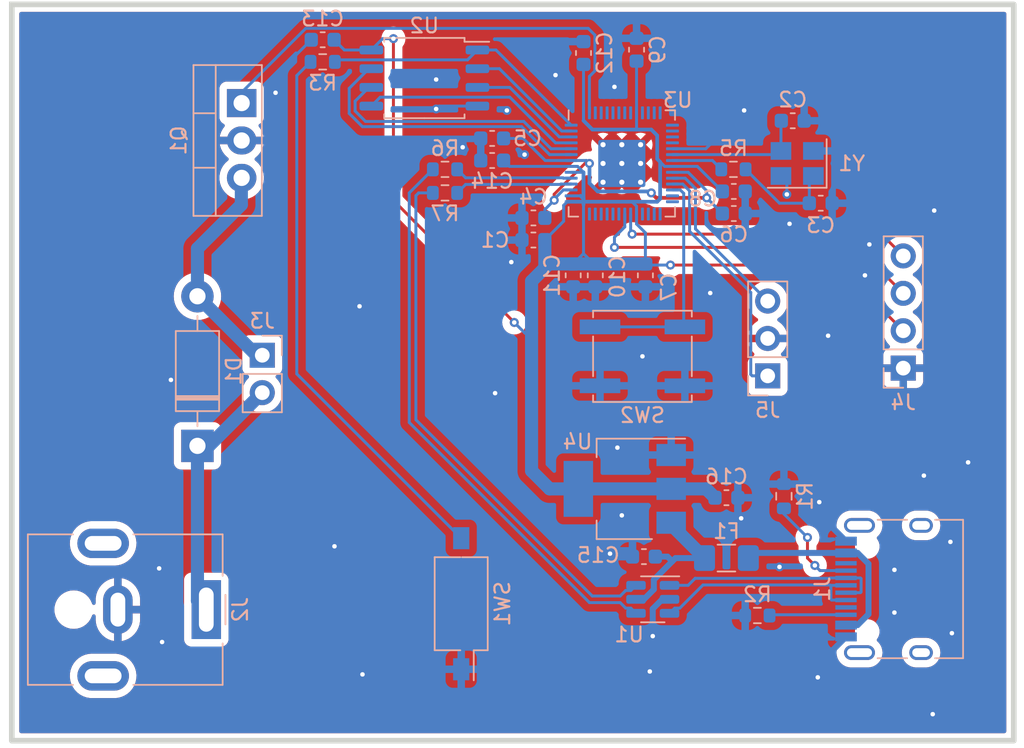
<source format=kicad_pcb>
(kicad_pcb (version 20211014) (generator pcbnew)
  (layers (0 "F.Cu" signal "Front") (31 "B.Cu" signal "Back") (34 "B.Paste" user) (35 "F.Paste" user) (36 "B.SilkS" user "B.Silkscreen") (37 "F.SilkS" user "F.Silkscreen") (38 "B.Mask" user) (39 "F.Mask" user) (44 "Edge.Cuts" user))
  (net 0 "")
  (net 1 "+3V3")
  (net 2 "GND")
  (net 3 "Net-(C2-Pad2)")
  (net 4 "Net-(C3-Pad2)")
  (net 5 "+1V1")
  (net 6 "+12V")
  (net 7 "Net-(D1-Pad2)")
  (net 8 "/USB+")
  (net 9 "Net-(J1-PadB5)")
  (net 11 "/USB-")
  (net 12 "Net-(J1-PadA5)")
  (net 14 "VBUS")
  (net 15 "I2C1_SCL")
  (net 16 "I2C1_SDA")
  (net 17 "/SWD")
  (net 18 "/SWCLK")
  (net 19 "/QSPISS")
  (net 20 "Net-(R5-Pad2)")
  (net 21 "Net-(R6-Pad1)")
  (net 22 "Data+")
  (net 23 "Net-(R7-Pad1)")
  (net 24 "Data-")
  (net 25 "Net-(SW2-Pad2)")
  (net 26 "/QSPISD1")
  (net 27 "/QSPISD2")
  (net 28 "/QSPISD0")
  (net 29 "/QSPICLK")
  (net 30 "/QSPISD3")
  (net 58 "Net-(R3-Pad1)")
  (net 59 "SOLENOID")
  (net 60 "Net-(J1-PadA4)")
  (footprint "Button_Switch_SMD:SW_DIP_SPSTx01_Slide_Omron_A6S-110x_W8.9mm_P2.54mm" (layer "B.Cu") (at 161.6 113.9 90)
    (fp_text reference "SW1")
    (fp_text value "SW_SPDT")
  )
  (footprint "Resistor_SMD:R_0603_1608Metric" (layer "B.Cu") (at 160.5 86 180)
    (fp_text reference "R7")
    (fp_text value "22")
  )
  (footprint "Capacitor_SMD:C_0603_1608Metric" (layer "B.Cu") (at 184.1 81.1 180)
    (fp_text reference "C2")
    (fp_text value "22p")
  )
  (footprint "Capacitor_SMD:C_0603_1608Metric" (layer "B.Cu") (at 180.1 87.4)
    (fp_text reference "C6")
    (fp_text value "1u")
  )
  (footprint "Connector_PinHeader_2.54mm:PinHeader_1x02_P2.54mm_Vertical" (layer "B.Cu") (at 148.1 97.025 180)
    (fp_text reference "J3")
    (fp_text value "Conn_01x02")
  )
  (footprint "Capacitor_SMD:C_0603_1608Metric" (layer "B.Cu") (at 180.1 85.9)
    (fp_text reference "C8")
    (fp_text value "100n")
  )
  (footprint "Resistor_SMD:R_0603_1608Metric" (layer "B.Cu") (at 183.5 106.6 90)
    (fp_text reference "R1")
    (fp_text value "5.1k")
  )
  (footprint "Capacitor_SMD:C_0603_1608Metric" (layer "B.Cu") (at 169.2 91.6 -90)
    (fp_text reference "C11")
    (fp_text value "1u")
  )
  (footprint "Package_TO_SOT_SMD:SOT-23-6" (layer "B.Cu") (at 174.6 113.6 180)
    (fp_text reference "U1")
    (fp_text value "USBLC6-2SC6")
  )
  (footprint "Resistor_SMD:R_0603_1608Metric" (layer "B.Cu") (at 181.7 114.7 180)
    (fp_text reference "R2")
    (fp_text value "5.1k")
  )
  (footprint "RP2040:RP2040-QFN-56" (layer "B.Cu") (at 172.5 84 -90)
    (fp_text reference "U3")
    (fp_text value "RP2040")
  )
  (footprint "Button_Switch_SMD:SW_SPST_EVQP0" (layer "B.Cu") (at 173.9 97.1)
    (fp_text reference "SW2")
    (fp_text value "SW_SPST")
  )
  (footprint "Capacitor_SMD:C_0603_1608Metric" (layer "B.Cu") (at 174.1 91.6 -90)
    (fp_text reference "C7")
    (fp_text value "100n")
  )
  (footprint "Connector_BarrelJack:BarrelJack_CUI_PJ-063AH_Horizontal" (layer "B.Cu") (at 144.3 114.3 90)
    (fp_text reference "J2")
    (fp_text value "Barrel_Jack")
  )
  (footprint "Capacitor_SMD:C_0603_1608Metric" (layer "B.Cu") (at 163.7 83.8 180)
    (fp_text reference "C14")
    (fp_text value "100n")
  )
  (footprint "Capacitor_SMD:C_0603_1608Metric" (layer "B.Cu") (at 152.2 75.6 180)
    (fp_text reference "C13")
    (fp_text value "100n")
  )
  (footprint "Package_SO:SOIC-8_5.23x5.23mm_P1.27mm" (layer "B.Cu") (at 159.1 78.2 180)
    (fp_text reference "U2")
    (fp_text value "W25Q32JVSS")
  )
  (footprint "Package_TO_SOT_SMD:SOT-223-3_TabPin2" (layer "B.Cu") (at 172.7 106.1 180)
    (fp_text reference "U4")
    (fp_text value "AMS1117-3.3")
  )
  (footprint "Connector_PinHeader_2.54mm:PinHeader_1x03_P2.54mm_Vertical" (layer "B.Cu") (at 182.4 98.425)
    (fp_text reference "J5")
    (fp_text value "Conn_01x03")
  )
  (footprint "Capacitor_SMD:C_0603_1608Metric" (layer "B.Cu") (at 174 110.7)
    (fp_text reference "C15")
    (fp_text value "22p")
  )
  (footprint "Resistor_SMD:R_0603_1608Metric" (layer "B.Cu") (at 180.075 84.4 180)
    (fp_text reference "R5")
    (fp_text value "1k")
  )
  (footprint "Capacitor_SMD:C_0603_1608Metric" (layer "B.Cu") (at 179.6 106.7 180)
    (fp_text reference "C16")
    (fp_text value "22p")
  )
  (footprint "Capacitor_SMD:C_0603_1608Metric" (layer "B.Cu") (at 169.9 76.5 90)
    (fp_text reference "C12")
    (fp_text value "100n")
  )
  (footprint "Fuse:Fuse_1206_3216Metric_Pad1.42x1.75mm_HandSolder" (layer "B.Cu") (at 179.6 110.8 180)
    (fp_text reference "F1")
    (fp_text value "500mA")
  )
  (footprint "Capacitor_SMD:C_0603_1608Metric" (layer "B.Cu") (at 170.7 91.6 -90)
    (fp_text reference "C10")
    (fp_text value "100n")
  )
  (footprint "Package_TO_SOT_THT:TO-220-3_Vertical" (layer "B.Cu") (at 146.7 79.9 -90)
    (fp_text reference "Q1")
    (fp_text value "IRLB8721PBF")
  )
  (footprint "Capacitor_SMD:C_0603_1608Metric" (layer "B.Cu") (at 166.5 89.2 180)
    (fp_text reference "C1")
    (fp_text value "100n")
  )
  (footprint "Diode_THT:D_DO-41_SOD81_P10.16mm_Horizontal" (layer "B.Cu") (at 143.7 103.18 90)
    (fp_text reference "D1")
    (fp_text value "1N4001")
  )
  (footprint "Capacitor_SMD:C_0603_1608Metric" (layer "B.Cu") (at 173.5 76.275 90)
    (fp_text reference "C9")
    (fp_text value "100n")
  )
  (footprint "Resistor_SMD:R_0603_1608Metric" (layer "B.Cu") (at 160.5 84.4 180)
    (fp_text reference "R6")
    (fp_text value "22")
  )
  (footprint "Resistor_SMD:R_0603_1608Metric" (layer "B.Cu") (at 152.2 77.1)
    (fp_text reference "R3")
    (fp_text value "1k")
  )
  (footprint "Capacitor_SMD:C_0603_1608Metric" (layer "B.Cu") (at 163.7 82.3 180)
    (fp_text reference "C5")
    (fp_text value "100n")
  )
  (footprint "Capacitor_SMD:C_0603_1608Metric" (layer "B.Cu") (at 166.5 87.7 180)
    (fp_text reference "C4")
    (fp_text value "100n")
  )
  (footprint "Capacitor_SMD:C_0603_1608Metric" (layer "B.Cu") (at 186 86.7 180)
    (fp_text reference "C3")
    (fp_text value "22p")
  )
  (footprint "Crystal:Crystal_SMD_3225-4Pin_3.2x2.5mm" (layer "B.Cu") (at 184.4 84 180)
    (fp_text reference "Y1")
    (fp_text value "12MHz")
  )
  (footprint "Connector_PinHeader_2.54mm:PinHeader_1x04_P2.54mm_Vertical" (layer "B.Cu") (at 191.6 97.9)
    (fp_text reference "J4")
    (fp_text value "Conn_01x04")
  )
  (footprint "Connector_USB:USB_C_Receptacle_HRO_TYPE-C-31-M-12" (layer "B.Cu") (at 191.76 112.9 -90)
    (fp_text reference "J1")
    (fp_text value "USB_C_Receptacle_USB2.0")
  )
  (gr_rect (start 131.1 73.2) (end 199.1 123.2) (layer "Edge.Cuts") (width 0.381) (fill none))
  (segment (start 165.2 94.8) (end 157 86.5) (width 0.2) (layer "F.Cu") (net 1))
  (segment (start 187.14 90.9) (end 191.6 95.36) (width 0.2) (layer "F.Cu") (net 1))
  (segment (start 175.8 90.9) (end 187.14 90.9) (width 0.2) (layer "F.Cu") (net 1))
  (segment (start 157 86.5) (end 157 75.52498) (width 0.2) (layer "F.Cu") (net 1))
  (via (at 165.2 94.8) (size 0.6096) (drill 0.3048) (layers "F.Cu" "B.Cu") (net 1))
  (via (at 175.8 90.9) (size 0.6096) (drill 0.3048) (layers "F.Cu" "B.Cu") (net 1))
  (via (at 157 75.52498) (size 0.6096) (drill 0.3048) (layers "F.Cu" "B.Cu") (net 1))
  (segment (start 175.1 86.4) (end 175.1 83.9) (width 0.254) (layer "B.Cu") (net 1))
  (segment (start 175.9375 84.2) (end 175.405705 84.2) (width 0.2) (layer "B.Cu") (net 1))
  (segment (start 173.5 88.110755) (end 174.1 88.710755) (width 0.2) (layer "B.Cu") (net 1))
  (segment (start 170.6 90.825) (end 169.9 90.125) (width 0.2) (layer "B.Cu") (net 1))
  (segment (start 174.1 88.710755) (end 174.1 90.825) (width 0.2) (layer "B.Cu") (net 1))
  (segment (start 178.225 106.1) (end 178.825 106.7) (width 0.889) (layer "B.Cu") (net 1))
  (segment (start 174.175 90.9) (end 175.8 90.9) (width 0.2) (layer "B.Cu") (net 1))
  (segment (start 169.9 86.4) (end 169.9 86.8) (width 0.254) (layer "B.Cu") (net 1))
  (segment (start 155.5 76.295) (end 156.27002 75.52498) (width 0.2) (layer "B.Cu") (net 1))
  (segment (start 153.67 76.295) (end 155.5 76.295) (width 0.2) (layer "B.Cu") (net 1))
  (segment (start 170.505705 81.7) (end 174.5 81.7) (width 0.254) (layer "B.Cu") (net 1))
  (segment (start 169.9 80.5625) (end 169.9 77.275) (width 0.2) (layer "B.Cu") (net 1))
  (segment (start 156.27002 75.52498) (end 157 75.52498) (width 0.2) (layer "B.Cu") (net 1))
  (segment (start 177.625 84.2) (end 179.325 85.9) (width 0.2) (layer "B.Cu") (net 1))
  (segment (start 169.9 84.6) (end 169.9 86.4) (width 0.254) (layer "B.Cu") (net 1))
  (segment (start 173.5 80.5625) (end 173.5 77.05) (width 0.2) (layer "B.Cu") (net 1))
  (segment (start 169.0625 84.6) (end 169.9 84.6) (width 0.2) (layer "B.Cu") (net 1))
  (segment (start 173.5 80.5625) (end 173.5 81.7) (width 0.2) (layer "B.Cu") (net 1))
  (segment (start 173.5 87.4375) (end 173.5 88.110755) (width 0.2) (layer "B.Cu") (net 1))
  (segment (start 169.7 86.2) (end 169.9 86.4) (width 0.254) (layer "B.Cu") (net 1))
  (segment (start 166.375 104.875) (end 167.6 106.1) (width 0.889) (layer "B.Cu") (net 1))
  (segment (start 169.9 81.094295) (end 170.505705 81.7) (width 0.254) (layer "B.Cu") (net 1))
  (segment (start 173.194295 86.6) (end 173.5 86.905705) (width 0.2) (layer "B.Cu") (net 1))
  (segment (start 167.546021 90.825) (end 169.2 90.825) (width 0.889) (layer "B.Cu") (net 1))
  (segment (start 167.275 91.096022) (end 167.275 89.2) (width 0.889) (layer "B.Cu") (net 1))
  (segment (start 169.9 86.8) (end 169.9 87.4375) (width 0.2) (layer "B.Cu") (net 1))
  (segment (start 169.9 90.125) (end 169.2 90.825) (width 0.2) (layer "B.Cu") (net 1))
  (segment (start 175.102853 83.897147) (end 174.9 83.694295) (width 0.254) (layer "B.Cu") (net 1))
  (segment (start 167.275 89.2) (end 168.553377 87.921623) (width 0.2) (layer "B.Cu") (net 1))
  (segment (start 165.925 95.525) (end 166.375 95.525) (width 0.2) (layer "B.Cu") (net 1))
  (segment (start 169.55 106.1) (end 175.85 106.1) (width 0.889) (layer "B.Cu") (net 1))
  (segment (start 168.553377 87.921623) (end 168.553377 86.843311) (width 0.2) (layer "B.Cu") (net 1))
  (segment (start 173.194295 86.6) (end 174.9 86.6) (width 0.254) (layer "B.Cu") (net 1))
  (segment (start 175.405705 84.2) (end 175.102853 83.897147) (width 0.2) (layer "B.Cu") (net 1))
  (segment (start 175.9375 84.2) (end 177.625 84.2) (width 0.2) (layer "B.Cu") (net 1))
  (segment (start 164.875 84.2) (end 164.475 83.8) (width 0.2) (layer "B.Cu") (net 1))
  (segment (start 168.796688 86.6) (end 173.194295 86.6) (width 0.254) (layer "B.Cu") (net 1))
  (segment (start 173.5 86.905705) (end 173.5 87.4375) (width 0.2) (layer "B.Cu") (net 1))
  (segment (start 169.046021 90.825) (end 174.1 90.825) (width 0.889) (layer "B.Cu") (net 1))
  (segment (start 165.2 94.8) (end 165.925 95.525) (width 0.2) (layer "B.Cu") (net 1))
  (segment (start 174.9 86.6) (end 175.1 86.4) (width 0.254) (layer "B.Cu") (net 1))
  (segment (start 152.975 75.6) (end 153.67 76.295) (width 0.2) (layer "B.Cu") (net 1))
  (segment (start 169.0625 84.2) (end 169.5 84.2) (width 0.2) (layer "B.Cu") (net 1))
  (segment (start 166.375 91.996021) (end 166.375 95.525) (width 0.889) (layer "B.Cu") (net 1))
  (segment (start 166.375 95.525) (end 166.375 104.875) (width 0.889) (layer "B.Cu") (net 1))
  (segment (start 175.1 83.9) (end 175.102853 83.897147) (width 0.2) (layer "B.Cu") (net 1))
  (segment (start 169.5 84.2) (end 169.9 84.6) (width 0.2) (layer "B.Cu") (net 1))
  (segment (start 169.0625 86.2) (end 169.7 86.2) (width 0.2) (layer "B.Cu") (net 1))
  (segment (start 175.85 106.1) (end 178.225 106.1) (width 0.889) (layer "B.Cu") (net 1))
  (segment (start 169.9 87.4375) (end 169.9 90.1) (width 0.2) (layer "B.Cu") (net 1))
  (segment (start 174.9 83.694295) (end 174.9 82.1) (width 0.254) (layer "B.Cu") (net 1))
  (segment (start 169.9 80.5625) (end 169.9 81.094295) (width 0.2) (layer "B.Cu") (net 1))
  (segment (start 168.553377 86.843311) (end 168.796688 86.6) (width 0.2) (layer "B.Cu") (net 1))
  (segment (start 167.6 106.1) (end 169.55 106.1) (width 0.889) (layer "B.Cu") (net 1))
  (segment (start 166.375 91.996021) (end 167.546021 90.825) (width 0.889) (layer "B.Cu") (net 1))
  (segment (start 169.0625 84.2) (end 164.875 84.2) (width 0.2) (layer "B.Cu") (net 1))
  (segment (start 174.5 81.7) (end 174.9 82.1) (width 0.254) (layer "B.Cu") (net 1))
  (via (at 172 78.8) (size 0.6096) (drill 0.3048) (layers "F.Cu" "B.Cu") (net 2))
  (via (at 183.882393 88.1005) (size 0.6096) (drill 0.3048) (layers "F.Cu" "B.Cu") (net 2))
  (via (at 173.9 97.1) (size 0.6096) (drill 0.3048) (layers "F.Cu" "B.Cu") (net 2))
  (via (at 141.1 111.5) (size 0.6096) (drill 0.3048) (layers "F.Cu" "B.Cu") (net 2))
  (via (at 180.8 80.4) (size 0.6096) (drill 0.3048) (layers "F.Cu" "B.Cu") (net 2))
  (via (at 172.2 103.3) (size 0.6096) (drill 0.3048) (layers "F.Cu" "B.Cu") (net 2))
  (via (at 168 78) (size 0.6096) (drill 0.3048) (layers "F.Cu" "B.Cu") (net 2))
  (via (at 164.7 80.4) (size 0.6096) (drill 0.3048) (layers "F.Cu" "B.Cu") (net 2))
  (via (at 154.9 118.7) (size 0.6096) (drill 0.3048) (layers "F.Cu" "B.Cu") (net 2))
  (via (at 161.7 82.9) (size 0.6096) (drill 0.3048) (layers "F.Cu" "B.Cu") (net 2))
  (via (at 165.9 83.4) (size 0.6096) (drill 0.3048) (layers "F.Cu" "B.Cu") (net 2))
  (via (at 172.5 107.9) (size 0.6096) (drill 0.3048) (layers "F.Cu" "B.Cu") (net 2))
  (via (at 186.5 95.7) (size 0.6096) (drill 0.3048) (layers "F.Cu" "B.Cu") (net 2))
  (via (at 193.6 121.4) (size 0.6096) (drill 0.3048) (layers "F.Cu" "B.Cu") (net 2))
  (via (at 141.3 116.5) (size 0.6096) (drill 0.3048) (layers "F.Cu" "B.Cu") (net 2))
  (via (at 183.7 86.1) (size 0.6096) (drill 0.3048) (layers "F.Cu" "B.Cu") (net 2))
  (via (at 183.2 111.4) (size 0.6096) (drill 0.3048) (layers "F.Cu" "B.Cu") (net 2))
  (via (at 193 105.2) (size 0.6096) (drill 0.3048) (layers "F.Cu" "B.Cu") (net 2))
  (via (at 154.7 93.7) (size 0.6096) (drill 0.3048) (layers "F.Cu" "B.Cu") (net 2))
  (via (at 171.7 110.5) (size 0.6096) (drill 0.3048) (layers "F.Cu" "B.Cu") (net 2))
  (via (at 194.9 115.9) (size 0.6096) (drill 0.3048) (layers "F.Cu" "B.Cu") (net 2))
  (via (at 193.7 87.2) (size 0.6096) (drill 0.3048) (layers "F.Cu" "B.Cu") (net 2))
  (via (at 174.6 116.1) (size 0.6096) (drill 0.3048) (layers "F.Cu" "B.Cu") (net 2))
  (via (at 174.4 118.5) (size 0.6096) (drill 0.3048) (layers "F.Cu" "B.Cu") (net 2))
  (via (at 163.9 99.6) (size 0.6096) (drill 0.3048) (layers "F.Cu" "B.Cu") (net 2))
  (via (at 191 114.5) (size 0.6096) (drill 0.3048) (layers "F.Cu" "B.Cu") (net 2))
  (via (at 178.5 92.8) (size 0.6096) (drill 0.3048) (layers "F.Cu" "B.Cu") (net 2))
  (via (at 165 90.7) (size 0.6096) (drill 0.3048) (layers "F.Cu" "B.Cu") (net 2))
  (via (at 185.9 107) (size 0.6096) (drill 0.3048) (layers "F.Cu" "B.Cu") (net 2))
  (via (at 141.9 98.7) (size 0.6096) (drill 0.3048) (layers "F.Cu" "B.Cu") (net 2))
  (via (at 196 104.3) (size 0.6096) (drill 0.3048) (layers "F.Cu" "B.Cu") (net 2))
  (via (at 191 111.6) (size 0.6096) (drill 0.3048) (layers "F.Cu" "B.Cu") (net 2))
  (via (at 185.8 118.9) (size 0.6096) (drill 0.3048) (layers "F.Cu" "B.Cu") (net 2))
  (via (at 149 79.2) (size 0.6096) (drill 0.3048) (layers "F.Cu" "B.Cu") (net 2))
  (via (at 180.6 108.1) (size 0.6096) (drill 0.3048) (layers "F.Cu" "B.Cu") (net 2))
  (via (at 189.3 89.5) (size 0.6096) (drill 0.3048) (layers "F.Cu" "B.Cu") (net 2))
  (via (at 159.9 80.3) (size 0.6096) (drill 0.3048) (layers "F.Cu" "B.Cu") (net 2))
  (via (at 153 110) (size 0.6096) (drill 0.3048) (layers "F.Cu" "B.Cu") (net 2))
  (via (at 194.8 109.7) (size 0.6096) (drill 0.3048) (layers "F.Cu" "B.Cu") (net 2))
  (via (at 189 91.6) (size 0.6096) (drill 0.3048) (layers "F.Cu" "B.Cu") (net 2))
  (via (at 159.9 78.3) (size 0.6096) (drill 0.3048) (layers "F.Cu" "B.Cu") (net 2))
  (segment (start 175.9375 83) (end 178.2 83) (width 0.2) (layer "B.Cu") (net 2))
  (segment (start 187.715 109.65) (end 185.9 107.835) (width 0.4064) (layer "B.Cu") (net 2))
  (segment (start 185.9 107.835) (end 185.9 107) (width 0.4064) (layer "B.Cu") (net 2))
  (segment (start 162.7 80.105) (end 160.095 80.105) (width 0.2) (layer "B.Cu") (net 2))
  (segment (start 185.8 118.065) (end 185.8 118.9) (width 0.4064) (layer "B.Cu") (net 2))
  (segment (start 151.425 75.6) (end 149 78.025) (width 0.2) (layer "B.Cu") (net 2))
  (segment (start 175.243336 113.6) (end 174.6 114.243336) (width 0.4064) (layer "B.Cu") (net 2))
  (segment (start 174.6 114.243336) (end 174.6 116.1) (width 0.4064) (layer "B.Cu") (net 2))
  (segment (start 171.7 110.5) (end 173.025 110.5) (width 0.889) (layer "B.Cu") (net 2))
  (segment (start 149 78.025) (end 149 79.2) (width 0.2) (layer "B.Cu") (net 2))
  (segment (start 173.025 110.5) (end 173.225 110.7) (width 0.889) (layer "B.Cu") (net 2))
  (segment (start 160.095 80.105) (end 159.9 80.3) (width 0.2) (layer "B.Cu") (net 2))
  (segment (start 183.7 86.1) (end 183.7 85.25) (width 0.2) (layer "B.Cu") (net 2))
  (segment (start 175.7375 113.6) (end 175.243336 113.6) (width 0.4064) (layer "B.Cu") (net 2))
  (segment (start 187.715 116.15) (end 185.8 118.065) (width 0.4064) (layer "B.Cu") (net 2))
  (segment (start 178.2 83) (end 180.8 80.4) (width 0.2) (layer "B.Cu") (net 2))
  (segment (start 183.3 83.15) (end 183.3 81.125) (width 0.2) (layer "B.Cu") (net 3))
  (segment (start 175.9375 83.4) (end 183.05 83.4) (width 0.2) (layer "B.Cu") (net 3))
  (segment (start 185.225 86.7) (end 185.225 85.125) (width 0.2) (layer "B.Cu") (net 4))
  (segment (start 183.2 86.7) (end 185.225 86.7) (width 0.2) (layer "B.Cu") (net 4))
  (segment (start 180.9 84.4) (end 183.2 86.7) (width 0.2) (layer "B.Cu") (net 4))
  (segment (start 170 84) (end 167.911124 86.088876) (width 0.2) (layer "F.Cu") (net 5))
  (segment (start 170.3 84) (end 170 84) (width 0.2) (layer "F.Cu") (net 5))
  (segment (start 178.2625 86.3375) (end 174.8375 86.3375) (width 0.254) (layer "F.Cu") (net 5))
  (segment (start 167.911124 86.088876) (end 167.911124 86.496819) (width 0.2) (layer "F.Cu") (net 5))
  (segment (start 174.8375 86.3375) (end 174.5 86) (width 0.254) (layer "F.Cu") (net 5))
  (via (at 174.5 86) (size 0.6096) (drill 0.3048) (layers "F.Cu" "B.Cu") (net 5))
  (via (at 170.3 84) (size 0.6096) (drill 0.3048) (layers "F.Cu" "B.Cu") (net 5))
  (via (at 178.2625 86.3375) (size 0.6096) (drill 0.3048) (layers "F.Cu" "B.Cu") (net 5))
  (via (at 167.911124 86.496819) (size 0.6096) (drill 0.3048) (layers "F.Cu" "B.Cu") (net 5))
  (segment (start 164.475 82.3) (end 165.8 82.3) (width 0.2) (layer "B.Cu") (net 5))
  (segment (start 167.911124 86.419581) (end 167.911124 86.496819) (width 0.2) (layer "B.Cu") (net 5))
  (segment (start 178.2625 86.3375) (end 179.325 87.4) (width 0.2) (layer "B.Cu") (net 5))
  (segment (start 168.530705 85.8) (end 167.911124 86.419581) (width 0.2) (layer "B.Cu") (net 5))
  (segment (start 170.3 84) (end 170.305911 84.005911) (width 0.254) (layer "B.Cu") (net 5))
  (segment (start 165.8 82.3) (end 167.3 83.8) (width 0.2) (layer "B.Cu") (net 5))
  (segment (start 167.275 87.132943) (end 167.911124 86.496819) (width 0.2) (layer "B.Cu") (net 5))
  (segment (start 170.305911 85.345142) (end 170.860769 85.9) (width 0.254) (layer "B.Cu") (net 5))
  (segment (start 175.9375 84.6) (end 177 84.6) (width 0.2) (layer "B.Cu") (net 5))
  (segment (start 169.0625 83.8) (end 170.1 83.8) (width 0.2) (layer "B.Cu") (net 5))
  (segment (start 177 84.6) (end 178.2625 85.8625) (width 0.2) (layer "B.Cu") (net 5))
  (segment (start 174.4 85.9) (end 174.5 86) (width 0.2) (layer "B.Cu") (net 5))
  (segment (start 170.860769 85.9) (end 174.4 85.9) (width 0.254) (layer "B.Cu") (net 5))
  (segment (start 167.3 83.8) (end 169.0625 83.8) (width 0.2) (layer "B.Cu") (net 5))
  (segment (start 169.0625 85.8) (end 168.530705 85.8) (width 0.2) (layer "B.Cu") (net 5))
  (segment (start 170.1 83.8) (end 170.3 84) (width 0.2) (layer "B.Cu") (net 5))
  (segment (start 167.275 87.7) (end 167.275 87.132943) (width 0.2) (layer "B.Cu") (net 5))
  (segment (start 178.2625 85.8625) (end 178.2625 86.3375) (width 0.2) (layer "B.Cu") (net 5))
  (segment (start 170.305911 84.005911) (end 170.305911 85.345142) (width 0.254) (layer "B.Cu") (net 5))
  (segment (start 144.485 103.18) (end 148.1 99.565) (width 0.889) (layer "B.Cu") (net 6))
  (segment (start 143.7 113.7) (end 143.7 103.18) (width 0.889) (layer "B.Cu") (net 6))
  (segment (start 143.7 103.18) (end 144.485 103.18) (width 0.889) (layer "B.Cu") (net 6))
  (segment (start 144.3 114.3) (end 143.7 113.7) (width 0.889) (layer "B.Cu") (net 6))
  (segment (start 143.7 89.78) (end 143.7 93.02) (width 0.889) (layer "B.Cu") (net 7))
  (segment (start 147.705 97.025) (end 143.7 93.02) (width 0.889) (layer "B.Cu") (net 7))
  (segment (start 146.68 85) (end 146.68 86.8) (width 0.889) (layer "B.Cu") (net 7))
  (segment (start 146.68 86.8) (end 143.7 89.78) (width 0.889) (layer "B.Cu") (net 7))
  (segment (start 186.690489 113.599511) (end 186.690489 112.700489) (width 0.2) (layer "B.Cu") (net 8))
  (segment (start 186.627499 112.65) (end 186.602499 112.625) (width 0.2) (layer "B.Cu") (net 8))
  (segment (start 176.08798 114.19952) (end 175.7375 114.55) (width 0.2) (layer "B.Cu") (net 8))
  (segment (start 187.715 113.65) (end 186.740978 113.65) (width 0.2) (layer "B.Cu") (net 8))
  (segment (start 186.627499 112.65) (end 187.715 112.65) (width 0.2) (layer "B.Cu") (net 8))
  (segment (start 186.602499 112.625) (end 178.010717 112.625) (width 0.2) (layer "B.Cu") (net 8))
  (segment (start 176.436197 114.19952) (end 176.08798 114.19952) (width 0.2) (layer "B.Cu") (net 8))
  (segment (start 178.010717 112.625) (end 176.436197 114.19952) (width 0.2) (layer "B.Cu") (net 8))
  (segment (start 186.740978 113.65) (end 186.690489 113.599511) (width 0.2) (layer "B.Cu") (net 8))
  (segment (start 187.715 114.65) (end 182.575 114.65) (width 0.2) (layer "B.Cu") (net 9))
  (segment (start 187.715 112.15) (end 186.627499 112.15) (width 0.2) (layer "B.Cu") (net 11))
  (segment (start 188.689022 112.15) (end 187.715 112.15) (width 0.2) (layer "B.Cu") (net 11))
  (segment (start 187.715 113.15) (end 188.689022 113.15) (width 0.2) (layer "B.Cu") (net 11))
  (segment (start 188.739511 112.200489) (end 188.689022 112.15) (width 0.2) (layer "B.Cu") (net 11))
  (segment (start 186.627499 112.15) (end 186.602499 112.175) (width 0.2) (layer "B.Cu") (net 11))
  (segment (start 188.739511 113.099511) (end 188.739511 112.200489) (width 0.2) (layer "B.Cu") (net 11))
  (segment (start 177.001103 112.65) (end 175.7375 112.65) (width 0.2) (layer "B.Cu") (net 11))
  (segment (start 177.476103 112.175) (end 177.001103 112.65) (width 0.2) (layer "B.Cu") (net 11))
  (segment (start 186.602499 112.175) (end 177.476103 112.175) (width 0.2) (layer "B.Cu") (net 11))
  (segment (start 188.689022 113.15) (end 188.739511 113.099511) (width 0.2) (layer "B.Cu") (net 11))
  (segment (start 185.1 110.8) (end 185.1 109.4) (width 0.2) (layer "F.Cu") (net 12))
  (segment (start 185.6 111.3) (end 185.1 110.8) (width 0.2) (layer "F.Cu") (net 12))
  (via (at 185.1 109.4) (size 0.6096) (drill 0.3048) (layers "F.Cu" "B.Cu") (net 12))
  (via (at 185.6 111.3) (size 0.6096) (drill 0.3048) (layers "F.Cu" "B.Cu") (net 12))
  (segment (start 187.715 111.65) (end 185.95 111.65) (width 0.2) (layer "B.Cu") (net 12))
  (segment (start 185.95 111.65) (end 185.6 111.3) (width 0.2) (layer "B.Cu") (net 12))
  (segment (start 185.1 109.4) (end 183.5 107.8) (width 0.2) (layer "B.Cu") (net 12))
  (segment (start 183.5 107.8) (end 183.5 107.425) (width 0.2) (layer "B.Cu") (net 12))
  (segment (start 175.6 110.7) (end 175.921668 111.021668) (width 0.4064) (layer "B.Cu") (net 14))
  (segment (start 174 113.6) (end 174.67228 112.92772) (width 0.4064) (layer "B.Cu") (net 14))
  (segment (start 174.67228 112.271056) (end 175.921668 111.021668) (width 0.4064) (layer "B.Cu") (net 14))
  (segment (start 174.67228 112.92772) (end 174.67228 112.271056) (width 0.4064) (layer "B.Cu") (net 14))
  (segment (start 175.85 108.5375) (end 178.1125 110.8) (width 0.889) (layer "B.Cu") (net 14))
  (segment (start 176.143336 110.8) (end 178.1125 110.8) (width 0.4064) (layer "B.Cu") (net 14))
  (segment (start 173.4625 113.6) (end 174 113.6) (width 0.4064) (layer "B.Cu") (net 14))
  (segment (start 175.921668 111.021668) (end 176.143336 110.8) (width 0.4064) (layer "B.Cu") (net 14))
  (segment (start 174.775 110.7) (end 175.6 110.7) (width 0.4064) (layer "B.Cu") (net 14))
  (segment (start 188.48 89.7) (end 191.6 92.82) (width 0.2) (layer "F.Cu") (net 15))
  (segment (start 172 89.7) (end 188.48 89.7) (width 0.2) (layer "F.Cu") (net 15))
  (via (at 172 89.7) (size 0.6096) (drill 0.3048) (layers "F.Cu" "B.Cu") (net 15))
  (segment (start 172 89.010755) (end 172 89.7) (width 0.2) (layer "B.Cu") (net 15))
  (segment (start 172.7 87.4375) (end 172.7 88.310755) (width 0.2) (layer "B.Cu") (net 15))
  (segment (start 172.7 88.310755) (end 172 89.010755) (width 0.2) (layer "B.Cu") (net 15))
  (segment (start 190.12 88.8) (end 191.6 90.28) (width 0.2) (layer "F.Cu") (net 16))
  (segment (start 173.2 88.8) (end 190.12 88.8) (width 0.2) (layer "F.Cu") (net 16))
  (via (at 173.2 88.8) (size 0.6096) (drill 0.3048) (layers "F.Cu" "B.Cu") (net 16))
  (segment (start 173.1 87.4375) (end 173.1 88.7) (width 0.2) (layer "B.Cu") (net 16))
  (segment (start 173.1 88.7) (end 173.2 88.8) (width 0.2) (layer "B.Cu") (net 16))
  (segment (start 175.9375 85.4) (end 176.634301 85.4) (width 0.2) (layer "B.Cu") (net 17))
  (segment (start 181.250489 92.760495) (end 181.250489 98.325489) (width 0.2) (layer "B.Cu") (net 17))
  (segment (start 181.250489 98.325489) (end 181.35 98.425) (width 0.2) (layer "B.Cu") (net 17))
  (segment (start 181.35 98.425) (end 182.4 98.425) (width 0.2) (layer "B.Cu") (net 17))
  (segment (start 176.634301 85.4) (end 177.099511 85.86521) (width 0.2) (layer "B.Cu") (net 17))
  (segment (start 177.099511 85.86521) (end 177.099511 88.609517) (width 0.2) (layer "B.Cu") (net 17))
  (segment (start 177.099511 88.609517) (end 181.250489 92.760495) (width 0.2) (layer "B.Cu") (net 17))
  (segment (start 176.799307 85) (end 177.499022 85.699715) (width 0.2) (layer "B.Cu") (net 18))
  (segment (start 177.499022 88.444022) (end 182.4 93.345) (width 0.2) (layer "B.Cu") (net 18))
  (segment (start 177.499022 85.699715) (end 177.499022 88.444022) (width 0.2) (layer "B.Cu") (net 18))
  (segment (start 175.9375 85) (end 176.799307 85) (width 0.2) (layer "B.Cu") (net 18))
  (segment (start 162.02952 76.96548) (end 153.15952 76.96548) (width 0.2) (layer "B.Cu") (net 19))
  (segment (start 162.7 76.295) (end 163.9575 76.295) (width 0.2) (layer "B.Cu") (net 19))
  (segment (start 163.9575 76.295) (end 169.0625 81.4) (width 0.2) (layer "B.Cu") (net 19))
  (segment (start 162.7 76.295) (end 162.02952 76.96548) (width 0.2) (layer "B.Cu") (net 19))
  (segment (start 178.65 83.8) (end 179.25 84.4) (width 0.2) (layer "B.Cu") (net 20))
  (segment (start 175.9375 83.8) (end 178.65 83.8) (width 0.2) (layer "B.Cu") (net 20))
  (segment (start 161.899999 84.974999) (end 168.505704 84.974999) (width 0.2) (layer "B.Cu") (net 21))
  (segment (start 168.530705 85) (end 169.0625 85) (width 0.2) (layer "B.Cu") (net 21))
  (segment (start 161.325 84.4) (end 161.899999 84.974999) (width 0.2) (layer "B.Cu") (net 21))
  (segment (start 168.505704 84.974999) (end 168.530705 85) (width 0.2) (layer "B.Cu") (net 21))
  (segment (start 172.763803 114.19952) (end 172.389284 113.825001) (width 0.2) (layer "B.Cu") (net 22))
  (segment (start 158.075 86) (end 159.675 84.4) (width 0.2) (layer "B.Cu") (net 22))
  (segment (start 158.075 101.5932) (end 158.075 86) (width 0.2) (layer "B.Cu") (net 22))
  (segment (start 173.4625 114.55) (end 173.11202 114.19952) (width 0.2) (layer "B.Cu") (net 22))
  (segment (start 170.306801 113.825001) (end 158.075 101.5932) (width 0.2) (layer "B.Cu") (net 22))
  (segment (start 173.11202 114.19952) (end 172.763803 114.19952) (width 0.2) (layer "B.Cu") (net 22))
  (segment (start 172.389284 113.825001) (end 170.306801 113.825001) (width 0.2) (layer "B.Cu") (net 22))
  (segment (start 168.340698 85.425001) (end 168.365699 85.4) (width 0.2) (layer "B.Cu") (net 23))
  (segment (start 161.899999 85.425001) (end 168.340698 85.425001) (width 0.2) (layer "B.Cu") (net 23))
  (segment (start 168.365699 85.4) (end 169.0625 85.4) (width 0.2) (layer "B.Cu") (net 23))
  (segment (start 161.325 86) (end 161.899999 85.425001) (width 0.2) (layer "B.Cu") (net 23))
  (segment (start 173.11202 113.00048) (end 172.763803 113.00048) (width 0.2) (layer "B.Cu") (net 24))
  (segment (start 158.711397 86) (end 159.675 86) (width 0.2) (layer "B.Cu") (net 24))
  (segment (start 158.525 86.186397) (end 158.711397 86) (width 0.2) (layer "B.Cu") (net 24))
  (segment (start 158.525 101.4068) (end 158.525 86.186397) (width 0.2) (layer "B.Cu") (net 24))
  (segment (start 172.763803 113.00048) (end 172.389284 113.374999) (width 0.2) (layer "B.Cu") (net 24))
  (segment (start 170.493199 113.374999) (end 158.525 101.4068) (width 0.2) (layer "B.Cu") (net 24))
  (segment (start 172.389284 113.374999) (end 170.493199 113.374999) (width 0.2) (layer "B.Cu") (net 24))
  (segment (start 173.4625 112.65) (end 173.11202 113.00048) (width 0.2) (layer "B.Cu") (net 24))
  (segment (start 176.469295 85.8) (end 175.9375 85.8) (width 0.2) (layer "B.Cu") (net 25))
  (segment (start 176.7 86.030705) (end 176.469295 85.8) (width 0.2) (layer "B.Cu") (net 25))
  (segment (start 176.7 95.02) (end 176.7 86.030705) (width 0.2) (layer "B.Cu") (net 25))
  (segment (start 171.02 95.1) (end 176.78 95.1) (width 0.2) (layer "B.Cu") (net 25))
  (segment (start 168.425979 81.8) (end 164.190979 77.565) (width 0.2) (layer "B.Cu") (net 26))
  (segment (start 169.0625 81.8) (end 168.425979 81.8) (width 0.2) (layer "B.Cu") (net 26))
  (segment (start 164.190979 77.565) (end 162.7 77.565) (width 0.2) (layer "B.Cu") (net 26))
  (segment (start 164.895985 78.835) (end 168.260985 82.2) (width 0.2) (layer "B.Cu") (net 27))
  (segment (start 168.260985 82.2) (end 169.0625 82.2) (width 0.2) (layer "B.Cu") (net 27))
  (segment (start 162.7 78.835) (end 164.895985 78.835) (width 0.2) (layer "B.Cu") (net 27))
  (segment (start 156.105 79.5) (end 155.5 80.105) (width 0.2) (layer "B.Cu") (net 28))
  (segment (start 168 82.6) (end 164.9 79.5) (width 0.2) (layer "B.Cu") (net 28))
  (segment (start 164.9 79.5) (end 156.105 79.5) (width 0.2) (layer "B.Cu") (net 28))
  (segment (start 169.0625 82.6) (end 168 82.6) (width 0.2) (layer "B.Cu") (net 28))
  (segment (start 154.40048 80.441197) (end 154.40048 79.768803) (width 0.2) (layer "B.Cu") (net 29))
  (segment (start 154.40048 79.768803) (end 155.334283 78.835) (width 0.2) (layer "B.Cu") (net 29))
  (segment (start 155.107372 81.148089) (end 154.40048 80.441197) (width 0.2) (layer "B.Cu") (net 29))
  (segment (start 165.845766 81.148089) (end 155.107372 81.148089) (width 0.2) (layer "B.Cu") (net 29))
  (segment (start 167.697677 83) (end 165.845766 81.148089) (width 0.2) (layer "B.Cu") (net 29))
  (segment (start 169.0625 83) (end 167.697677 83) (width 0.2) (layer "B.Cu") (net 29))
  (segment (start 154 80.605711) (end 154 78.899283) (width 0.2) (layer "B.Cu") (net 30))
  (segment (start 169.0625 83.4) (end 167.6 83.4) (width 0.2) (layer "B.Cu") (net 30))
  (segment (start 154 78.899283) (end 155.334283 77.565) (width 0.2) (layer "B.Cu") (net 30))
  (segment (start 167.6 83.4) (end 165.7 81.5) (width 0.2) (layer "B.Cu") (net 30))
  (segment (start 154.894289 81.5) (end 154 80.605711) (width 0.2) (layer "B.Cu") (net 30))
  (segment (start 165.7 81.5) (end 154.894289 81.5) (width 0.2) (layer "B.Cu") (net 30))
  (segment (start 150.44139 78.03361) (end 151.375 77.1) (width 0.2) (layer "B.Cu") (net 58))
  (segment (start 161.6 109.45) (end 150.44139 98.29139) (width 0.2) (layer "B.Cu") (net 58))
  (segment (start 150.44139 98.29139) (end 150.44139 78.03361) (width 0.2) (layer "B.Cu") (net 58))
  (segment (start 170.67452 77.717263) (end 170.67452 75.282737) (width 0.2) (layer "B.Cu") (net 59))
  (segment (start 170.217263 74.82548) (end 151.050054 74.82548) (width 0.2) (layer "B.Cu") (net 59))
  (segment (start 151.050054 74.82548) (end 146.7 79.175534) (width 0.2) (layer "B.Cu") (net 59))
  (segment (start 170.3 80.5625) (end 170.3 78.091783) (width 0.2) (layer "B.Cu") (net 59))
  (segment (start 170.3 78.091783) (end 170.67452 77.717263) (width 0.2) (layer "B.Cu") (net 59))
  (segment (start 170.67452 75.282737) (end 170.217263 74.82548) (width 0.2) (layer "B.Cu") (net 59))
  (segment (start 188.500135 110.45) (end 189.242222 111.192087) (width 0.4064) (layer "B.Cu") (net 60))
  (segment (start 189.242222 111.192087) (end 189.242222 114.607913) (width 0.4064) (layer "B.Cu") (net 60))
  (segment (start 187.715 110.45) (end 188.500135 110.45) (width 0.4064) (layer "B.Cu") (net 60))
  (segment (start 187.715 110.45) (end 181.4375 110.45) (width 0.4064) (layer "B.Cu") (net 60))
  (segment (start 188.500135 115.35) (end 187.715 115.35) (width 0.4064) (layer "B.Cu") (net 60))
  (segment (start 189.242222 114.607913) (end 188.500135 115.35) (width 0.4064) (layer "B.Cu") (net 60))
  (zone (net 2) (net_name "GND") (layers F&B.Cu) (connect_pads (clearance 0.508)) (min_thickness 0.254) (fill yes (thermal_gap 0.508) (thermal_bridge_width 0.508))
    (polygon (pts (xy 199.8 72.9) (xy 130.8 73.1) (xy 130.3 123.7) (xy 199.7 123.7)))
  )
)
</source>
